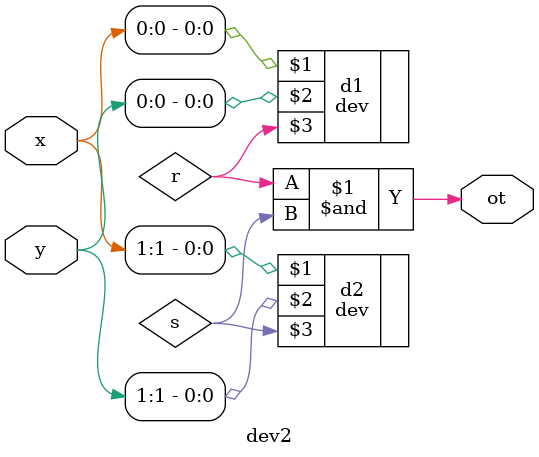
<source format=v>
`timescale 1ns / 1ps

`include "dev.v"
module dev2(input[1:0]x,input[1:0]y,output ot

    );
    wire r,s;
    dev d1(x[0],y[0],r);
    dev d2(x[1],y[1],s);
    and(ot,r,s);
endmodule

</source>
